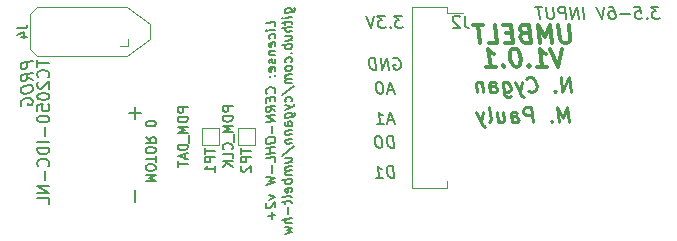
<source format=gbo>
%TF.GenerationSoftware,KiCad,Pcbnew,(5.1.10-1-10_14)*%
%TF.CreationDate,2022-01-16T17:40:32-08:00*%
%TF.ProjectId,umbelt-board,756d6265-6c74-42d6-926f-6172642e6b69,1.0.1*%
%TF.SameCoordinates,Original*%
%TF.FileFunction,Legend,Bot*%
%TF.FilePolarity,Positive*%
%FSLAX46Y46*%
G04 Gerber Fmt 4.6, Leading zero omitted, Abs format (unit mm)*
G04 Created by KiCad (PCBNEW (5.1.10-1-10_14)) date 2022-01-16 17:40:32*
%MOMM*%
%LPD*%
G01*
G04 APERTURE LIST*
%ADD10C,0.152400*%
%ADD11C,0.254000*%
%ADD12C,0.203200*%
%ADD13C,0.304800*%
%ADD14C,0.120000*%
%ADD15C,0.200000*%
%ADD16C,0.150000*%
G04 APERTURE END LIST*
D10*
X149541895Y-108802427D02*
X149541895Y-108415379D01*
X148729095Y-108516979D01*
X149541895Y-109073360D02*
X149000028Y-109141093D01*
X148729095Y-109174960D02*
X148767800Y-109131417D01*
X148806504Y-109165284D01*
X148767800Y-109208827D01*
X148729095Y-109174960D01*
X148806504Y-109165284D01*
X149503190Y-109813588D02*
X149541895Y-109731341D01*
X149541895Y-109576522D01*
X149503190Y-109503950D01*
X149464485Y-109470084D01*
X149387076Y-109441055D01*
X149154847Y-109470084D01*
X149077438Y-109518465D01*
X149038733Y-109562007D01*
X149000028Y-109644255D01*
X149000028Y-109799074D01*
X149038733Y-109871646D01*
X149503190Y-110471569D02*
X149541895Y-110389322D01*
X149541895Y-110234503D01*
X149503190Y-110161931D01*
X149425780Y-110132903D01*
X149116142Y-110171607D01*
X149038733Y-110219988D01*
X149000028Y-110302236D01*
X149000028Y-110457055D01*
X149038733Y-110529627D01*
X149116142Y-110558655D01*
X149193552Y-110548979D01*
X149270961Y-110152255D01*
X149000028Y-110921512D02*
X149541895Y-110853779D01*
X149077438Y-110911836D02*
X149038733Y-110955379D01*
X149000028Y-111037627D01*
X149000028Y-111153741D01*
X149038733Y-111226312D01*
X149116142Y-111255341D01*
X149541895Y-111202122D01*
X149503190Y-111555303D02*
X149541895Y-111627874D01*
X149541895Y-111782693D01*
X149503190Y-111864941D01*
X149425780Y-111913322D01*
X149387076Y-111918160D01*
X149309666Y-111889131D01*
X149270961Y-111816560D01*
X149270961Y-111700446D01*
X149232257Y-111627874D01*
X149154847Y-111598846D01*
X149116142Y-111603684D01*
X149038733Y-111652065D01*
X149000028Y-111734312D01*
X149000028Y-111850427D01*
X149038733Y-111922998D01*
X149503190Y-112561627D02*
X149541895Y-112479379D01*
X149541895Y-112324560D01*
X149503190Y-112251988D01*
X149425780Y-112222960D01*
X149116142Y-112261665D01*
X149038733Y-112310046D01*
X149000028Y-112392293D01*
X149000028Y-112547112D01*
X149038733Y-112619684D01*
X149116142Y-112648712D01*
X149193552Y-112639036D01*
X149270961Y-112242312D01*
X149464485Y-112953512D02*
X149503190Y-112987379D01*
X149541895Y-112943836D01*
X149503190Y-112909969D01*
X149464485Y-112953512D01*
X149541895Y-112943836D01*
X149038733Y-113006731D02*
X149077438Y-113040598D01*
X149116142Y-112997055D01*
X149077438Y-112963188D01*
X149038733Y-113006731D01*
X149116142Y-112997055D01*
X149464485Y-114424293D02*
X149503190Y-114380750D01*
X149541895Y-114259798D01*
X149541895Y-114182388D01*
X149503190Y-114071112D01*
X149425780Y-114003379D01*
X149348371Y-113974350D01*
X149193552Y-113954998D01*
X149077438Y-113969512D01*
X148922619Y-114027569D01*
X148845209Y-114075950D01*
X148767800Y-114163036D01*
X148729095Y-114283988D01*
X148729095Y-114361398D01*
X148767800Y-114472674D01*
X148806504Y-114506541D01*
X149116142Y-114816179D02*
X149116142Y-115087112D01*
X149541895Y-115150007D02*
X149541895Y-114762960D01*
X148729095Y-114864560D01*
X148729095Y-115251607D01*
X149541895Y-115962807D02*
X149154847Y-115740255D01*
X149541895Y-115498350D02*
X148729095Y-115599950D01*
X148729095Y-115909588D01*
X148767800Y-115982160D01*
X148806504Y-116016027D01*
X148883914Y-116045055D01*
X149000028Y-116030541D01*
X149077438Y-115982160D01*
X149116142Y-115938617D01*
X149154847Y-115856369D01*
X149154847Y-115546731D01*
X149541895Y-116311150D02*
X148729095Y-116412750D01*
X149541895Y-116775607D01*
X148729095Y-116877207D01*
X149232257Y-117201360D02*
X149232257Y-117820636D01*
X148729095Y-118425398D02*
X148729095Y-118580217D01*
X148767800Y-118652788D01*
X148845209Y-118720522D01*
X149000028Y-118739874D01*
X149270961Y-118706007D01*
X149425780Y-118647950D01*
X149503190Y-118560865D01*
X149541895Y-118478617D01*
X149541895Y-118323798D01*
X149503190Y-118251227D01*
X149425780Y-118183493D01*
X149270961Y-118164141D01*
X149000028Y-118198007D01*
X148845209Y-118256065D01*
X148767800Y-118343150D01*
X148729095Y-118425398D01*
X149541895Y-119020484D02*
X148729095Y-119122084D01*
X149116142Y-119073703D02*
X149116142Y-119538160D01*
X149541895Y-119484941D02*
X148729095Y-119586541D01*
X149541895Y-120259036D02*
X149541895Y-119871988D01*
X148729095Y-119973588D01*
X149232257Y-120568674D02*
X149232257Y-121187950D01*
X148729095Y-121560484D02*
X149541895Y-121652407D01*
X148961323Y-121879798D01*
X149541895Y-121962046D01*
X148729095Y-122257169D01*
X149000028Y-123074807D02*
X149541895Y-123200598D01*
X149000028Y-123461855D01*
X148806504Y-123756979D02*
X148767800Y-123800522D01*
X148729095Y-123882769D01*
X148729095Y-124076293D01*
X148767800Y-124148865D01*
X148806504Y-124182731D01*
X148883914Y-124211760D01*
X148961323Y-124202084D01*
X149077438Y-124148865D01*
X149541895Y-123626350D01*
X149541895Y-124129512D01*
X149232257Y-124516560D02*
X149232257Y-125135836D01*
X149541895Y-124787493D02*
X148922619Y-124864903D01*
X150371628Y-107670312D02*
X151029609Y-107588065D01*
X151107019Y-107539684D01*
X151145723Y-107496141D01*
X151184428Y-107413893D01*
X151184428Y-107297779D01*
X151145723Y-107225207D01*
X150874790Y-107607417D02*
X150913495Y-107525169D01*
X150913495Y-107370350D01*
X150874790Y-107297779D01*
X150836085Y-107263912D01*
X150758676Y-107234884D01*
X150526447Y-107263912D01*
X150449038Y-107312293D01*
X150410333Y-107355836D01*
X150371628Y-107438084D01*
X150371628Y-107592903D01*
X150410333Y-107665474D01*
X150913495Y-107989627D02*
X150371628Y-108057360D01*
X150100695Y-108091227D02*
X150139400Y-108047684D01*
X150178104Y-108081550D01*
X150139400Y-108125093D01*
X150100695Y-108091227D01*
X150178104Y-108081550D01*
X150371628Y-108328293D02*
X150371628Y-108637931D01*
X150100695Y-108478274D02*
X150797380Y-108391188D01*
X150874790Y-108420217D01*
X150913495Y-108492788D01*
X150913495Y-108570198D01*
X150913495Y-108841131D02*
X150100695Y-108942731D01*
X150913495Y-109189474D02*
X150487742Y-109242693D01*
X150410333Y-109213665D01*
X150371628Y-109141093D01*
X150371628Y-109024979D01*
X150410333Y-108942731D01*
X150449038Y-108899188D01*
X150371628Y-109992598D02*
X150913495Y-109924865D01*
X150371628Y-109644255D02*
X150797380Y-109591036D01*
X150874790Y-109620065D01*
X150913495Y-109692636D01*
X150913495Y-109808750D01*
X150874790Y-109890998D01*
X150836085Y-109934541D01*
X150913495Y-110311912D02*
X150100695Y-110413512D01*
X150410333Y-110374807D02*
X150371628Y-110457055D01*
X150371628Y-110611874D01*
X150410333Y-110684446D01*
X150449038Y-110718312D01*
X150526447Y-110747341D01*
X150758676Y-110718312D01*
X150836085Y-110669931D01*
X150874790Y-110626388D01*
X150913495Y-110544141D01*
X150913495Y-110389322D01*
X150874790Y-110316750D01*
X150836085Y-111056979D02*
X150874790Y-111090846D01*
X150913495Y-111047303D01*
X150874790Y-111013436D01*
X150836085Y-111056979D01*
X150913495Y-111047303D01*
X150874790Y-111787531D02*
X150913495Y-111705284D01*
X150913495Y-111550465D01*
X150874790Y-111477893D01*
X150836085Y-111444027D01*
X150758676Y-111414998D01*
X150526447Y-111444027D01*
X150449038Y-111492407D01*
X150410333Y-111535950D01*
X150371628Y-111618198D01*
X150371628Y-111773017D01*
X150410333Y-111845588D01*
X150913495Y-112247150D02*
X150874790Y-112174579D01*
X150836085Y-112140712D01*
X150758676Y-112111684D01*
X150526447Y-112140712D01*
X150449038Y-112189093D01*
X150410333Y-112232636D01*
X150371628Y-112314884D01*
X150371628Y-112430998D01*
X150410333Y-112503569D01*
X150449038Y-112537436D01*
X150526447Y-112566465D01*
X150758676Y-112537436D01*
X150836085Y-112489055D01*
X150874790Y-112445512D01*
X150913495Y-112363265D01*
X150913495Y-112247150D01*
X150913495Y-112866427D02*
X150371628Y-112934160D01*
X150449038Y-112924484D02*
X150410333Y-112968027D01*
X150371628Y-113050274D01*
X150371628Y-113166388D01*
X150410333Y-113238960D01*
X150487742Y-113267988D01*
X150913495Y-113214769D01*
X150487742Y-113267988D02*
X150410333Y-113316369D01*
X150371628Y-113398617D01*
X150371628Y-113514731D01*
X150410333Y-113587303D01*
X150487742Y-113616331D01*
X150913495Y-113563112D01*
X150061990Y-114637169D02*
X151107019Y-113809855D01*
X150874790Y-115154846D02*
X150913495Y-115072598D01*
X150913495Y-114917779D01*
X150874790Y-114845207D01*
X150836085Y-114811341D01*
X150758676Y-114782312D01*
X150526447Y-114811341D01*
X150449038Y-114859722D01*
X150410333Y-114903265D01*
X150371628Y-114985512D01*
X150371628Y-115140331D01*
X150410333Y-115212903D01*
X150371628Y-115488674D02*
X150913495Y-115614465D01*
X150371628Y-115875722D02*
X150913495Y-115614465D01*
X151107019Y-115512865D01*
X151145723Y-115469322D01*
X151184428Y-115387074D01*
X150371628Y-116533703D02*
X151029609Y-116451455D01*
X151107019Y-116403074D01*
X151145723Y-116359531D01*
X151184428Y-116277284D01*
X151184428Y-116161169D01*
X151145723Y-116088598D01*
X150874790Y-116470807D02*
X150913495Y-116388560D01*
X150913495Y-116233741D01*
X150874790Y-116161169D01*
X150836085Y-116127303D01*
X150758676Y-116098274D01*
X150526447Y-116127303D01*
X150449038Y-116175684D01*
X150410333Y-116219227D01*
X150371628Y-116301474D01*
X150371628Y-116456293D01*
X150410333Y-116528865D01*
X150913495Y-117201360D02*
X150487742Y-117254579D01*
X150410333Y-117225550D01*
X150371628Y-117152979D01*
X150371628Y-116998160D01*
X150410333Y-116915912D01*
X150874790Y-117206198D02*
X150913495Y-117123950D01*
X150913495Y-116930427D01*
X150874790Y-116857855D01*
X150797380Y-116828827D01*
X150719971Y-116838503D01*
X150642561Y-116886884D01*
X150603857Y-116969131D01*
X150603857Y-117162655D01*
X150565152Y-117244903D01*
X150371628Y-117656141D02*
X150913495Y-117588407D01*
X150449038Y-117646465D02*
X150410333Y-117690007D01*
X150371628Y-117772255D01*
X150371628Y-117888369D01*
X150410333Y-117960941D01*
X150487742Y-117989969D01*
X150913495Y-117936750D01*
X150371628Y-118391531D02*
X150913495Y-118323798D01*
X150449038Y-118381855D02*
X150410333Y-118425398D01*
X150371628Y-118507646D01*
X150371628Y-118623760D01*
X150410333Y-118696331D01*
X150487742Y-118725360D01*
X150913495Y-118672141D01*
X150061990Y-119746198D02*
X151107019Y-118918884D01*
X150371628Y-120326769D02*
X150913495Y-120259036D01*
X150371628Y-119978427D02*
X150797380Y-119925207D01*
X150874790Y-119954236D01*
X150913495Y-120026807D01*
X150913495Y-120142922D01*
X150874790Y-120225169D01*
X150836085Y-120268712D01*
X150913495Y-120646084D02*
X150371628Y-120713817D01*
X150449038Y-120704141D02*
X150410333Y-120747684D01*
X150371628Y-120829931D01*
X150371628Y-120946046D01*
X150410333Y-121018617D01*
X150487742Y-121047646D01*
X150913495Y-120994427D01*
X150487742Y-121047646D02*
X150410333Y-121096027D01*
X150371628Y-121178274D01*
X150371628Y-121294388D01*
X150410333Y-121366960D01*
X150487742Y-121395988D01*
X150913495Y-121342769D01*
X150913495Y-121729817D02*
X150100695Y-121831417D01*
X150410333Y-121792712D02*
X150371628Y-121874960D01*
X150371628Y-122029779D01*
X150410333Y-122102350D01*
X150449038Y-122136217D01*
X150526447Y-122165246D01*
X150758676Y-122136217D01*
X150836085Y-122087836D01*
X150874790Y-122044293D01*
X150913495Y-121962046D01*
X150913495Y-121807227D01*
X150874790Y-121734655D01*
X150874790Y-122779684D02*
X150913495Y-122697436D01*
X150913495Y-122542617D01*
X150874790Y-122470046D01*
X150797380Y-122441017D01*
X150487742Y-122479722D01*
X150410333Y-122528103D01*
X150371628Y-122610350D01*
X150371628Y-122765169D01*
X150410333Y-122837741D01*
X150487742Y-122866769D01*
X150565152Y-122857093D01*
X150642561Y-122460369D01*
X150913495Y-123278007D02*
X150874790Y-123205436D01*
X150797380Y-123176407D01*
X150100695Y-123263493D01*
X150371628Y-123539265D02*
X150371628Y-123848903D01*
X150100695Y-123689246D02*
X150797380Y-123602160D01*
X150874790Y-123631188D01*
X150913495Y-123703760D01*
X150913495Y-123781169D01*
X150603857Y-124090807D02*
X150603857Y-124710084D01*
X150913495Y-125058427D02*
X150100695Y-125160027D01*
X150913495Y-125406769D02*
X150487742Y-125459988D01*
X150410333Y-125430960D01*
X150371628Y-125358388D01*
X150371628Y-125242274D01*
X150410333Y-125160027D01*
X150449038Y-125116484D01*
X150371628Y-125784141D02*
X150913495Y-125871227D01*
X150526447Y-126074427D01*
X150913495Y-126180865D01*
X150371628Y-126403417D01*
X138570304Y-121915161D02*
X139383104Y-121915161D01*
X138802533Y-121644228D01*
X139383104Y-121373295D01*
X138570304Y-121373295D01*
X139383104Y-120831428D02*
X139383104Y-120676609D01*
X139344400Y-120599200D01*
X139266990Y-120521790D01*
X139112171Y-120483085D01*
X138841238Y-120483085D01*
X138686419Y-120521790D01*
X138609009Y-120599200D01*
X138570304Y-120676609D01*
X138570304Y-120831428D01*
X138609009Y-120908838D01*
X138686419Y-120986247D01*
X138841238Y-121024952D01*
X139112171Y-121024952D01*
X139266990Y-120986247D01*
X139344400Y-120908838D01*
X139383104Y-120831428D01*
X139383104Y-120250857D02*
X139383104Y-119786400D01*
X138570304Y-120018628D02*
X139383104Y-120018628D01*
X139383104Y-119360647D02*
X139383104Y-119205828D01*
X139344400Y-119128419D01*
X139266990Y-119051009D01*
X139112171Y-119012304D01*
X138841238Y-119012304D01*
X138686419Y-119051009D01*
X138609009Y-119128419D01*
X138570304Y-119205828D01*
X138570304Y-119360647D01*
X138609009Y-119438057D01*
X138686419Y-119515466D01*
X138841238Y-119554171D01*
X139112171Y-119554171D01*
X139266990Y-119515466D01*
X139344400Y-119438057D01*
X139383104Y-119360647D01*
X138570304Y-118199504D02*
X138957352Y-118470438D01*
X138570304Y-118663961D02*
X139383104Y-118663961D01*
X139383104Y-118354323D01*
X139344400Y-118276914D01*
X139305695Y-118238209D01*
X139228285Y-118199504D01*
X139112171Y-118199504D01*
X139034761Y-118238209D01*
X138996057Y-118276914D01*
X138957352Y-118354323D01*
X138957352Y-118663961D01*
X139383104Y-117077066D02*
X139383104Y-116999657D01*
X139344400Y-116922247D01*
X139305695Y-116883542D01*
X139228285Y-116844838D01*
X139073466Y-116806133D01*
X138879942Y-116806133D01*
X138725123Y-116844838D01*
X138647714Y-116883542D01*
X138609009Y-116922247D01*
X138570304Y-116999657D01*
X138570304Y-117077066D01*
X138609009Y-117154476D01*
X138647714Y-117193180D01*
X138725123Y-117231885D01*
X138879942Y-117270590D01*
X139073466Y-117270590D01*
X139228285Y-117231885D01*
X139305695Y-117193180D01*
X139344400Y-117154476D01*
X139383104Y-117077066D01*
D11*
X174557569Y-114366523D02*
X174398819Y-113096523D01*
X173831854Y-114366523D01*
X173673104Y-113096523D01*
X173211973Y-114245571D02*
X173159057Y-114306047D01*
X173227092Y-114366523D01*
X173280009Y-114306047D01*
X173211973Y-114245571D01*
X173227092Y-114366523D01*
X170913878Y-114245571D02*
X170981914Y-114306047D01*
X171170902Y-114366523D01*
X171291854Y-114366523D01*
X171465723Y-114306047D01*
X171571557Y-114185095D01*
X171616914Y-114064142D01*
X171647152Y-113822238D01*
X171624473Y-113640809D01*
X171533759Y-113398904D01*
X171458164Y-113277952D01*
X171322092Y-113157000D01*
X171133104Y-113096523D01*
X171012152Y-113096523D01*
X170838283Y-113157000D01*
X170785366Y-113217476D01*
X170399830Y-113519857D02*
X170203283Y-114366523D01*
X169795069Y-113519857D02*
X170203283Y-114366523D01*
X170362033Y-114668904D01*
X170430069Y-114729380D01*
X170558580Y-114789857D01*
X168766973Y-113519857D02*
X168895485Y-114547952D01*
X168971080Y-114668904D01*
X169039116Y-114729380D01*
X169167628Y-114789857D01*
X169349057Y-114789857D01*
X169462450Y-114729380D01*
X168865247Y-114306047D02*
X168993759Y-114366523D01*
X169235664Y-114366523D01*
X169349057Y-114306047D01*
X169401973Y-114245571D01*
X169447330Y-114124619D01*
X169401973Y-113761761D01*
X169326378Y-113640809D01*
X169258342Y-113580333D01*
X169129830Y-113519857D01*
X168887926Y-113519857D01*
X168774533Y-113580333D01*
X167723759Y-114366523D02*
X167640604Y-113701285D01*
X167685961Y-113580333D01*
X167799354Y-113519857D01*
X168041259Y-113519857D01*
X168169771Y-113580333D01*
X167716200Y-114306047D02*
X167844711Y-114366523D01*
X168147092Y-114366523D01*
X168260485Y-114306047D01*
X168305842Y-114185095D01*
X168290723Y-114064142D01*
X168215128Y-113943190D01*
X168086616Y-113882714D01*
X167784235Y-113882714D01*
X167655723Y-113822238D01*
X167013164Y-113519857D02*
X167118997Y-114366523D01*
X167028283Y-113640809D02*
X166960247Y-113580333D01*
X166831735Y-113519857D01*
X166650307Y-113519857D01*
X166536914Y-113580333D01*
X166491557Y-113701285D01*
X166574711Y-114366523D01*
X174376140Y-116906523D02*
X174217390Y-115636523D01*
X173907450Y-116543666D01*
X173370723Y-115636523D01*
X173529473Y-116906523D01*
X172909592Y-116785571D02*
X172856676Y-116846047D01*
X172924711Y-116906523D01*
X172977628Y-116846047D01*
X172909592Y-116785571D01*
X172924711Y-116906523D01*
X171352330Y-116906523D02*
X171193580Y-115636523D01*
X170709771Y-115636523D01*
X170596378Y-115697000D01*
X170543461Y-115757476D01*
X170498104Y-115878428D01*
X170520783Y-116059857D01*
X170596378Y-116180809D01*
X170664414Y-116241285D01*
X170792926Y-116301761D01*
X171276735Y-116301761D01*
X169538045Y-116906523D02*
X169454890Y-116241285D01*
X169500247Y-116120333D01*
X169613640Y-116059857D01*
X169855545Y-116059857D01*
X169984057Y-116120333D01*
X169530485Y-116846047D02*
X169658997Y-116906523D01*
X169961378Y-116906523D01*
X170074771Y-116846047D01*
X170120128Y-116725095D01*
X170105009Y-116604142D01*
X170029414Y-116483190D01*
X169900902Y-116422714D01*
X169598521Y-116422714D01*
X169470009Y-116362238D01*
X168283164Y-116059857D02*
X168388997Y-116906523D01*
X168827450Y-116059857D02*
X168910604Y-116725095D01*
X168865247Y-116846047D01*
X168751854Y-116906523D01*
X168570426Y-116906523D01*
X168441914Y-116846047D01*
X168373878Y-116785571D01*
X167602807Y-116906523D02*
X167716200Y-116846047D01*
X167761557Y-116725095D01*
X167625485Y-115636523D01*
X167134116Y-116059857D02*
X166937569Y-116906523D01*
X166529354Y-116059857D02*
X166937569Y-116906523D01*
X167096319Y-117208904D01*
X167164354Y-117269380D01*
X167292866Y-117329857D01*
D12*
X128983619Y-111745001D02*
X127967619Y-111872001D01*
X127967619Y-112259049D01*
X128016000Y-112349763D01*
X128064380Y-112392097D01*
X128161142Y-112428382D01*
X128306285Y-112410240D01*
X128403047Y-112349763D01*
X128451428Y-112295335D01*
X128499809Y-112192525D01*
X128499809Y-111805478D01*
X128983619Y-113341573D02*
X128499809Y-113063382D01*
X128983619Y-112761001D02*
X127967619Y-112888001D01*
X127967619Y-113275049D01*
X128016000Y-113365763D01*
X128064380Y-113408097D01*
X128161142Y-113444382D01*
X128306285Y-113426240D01*
X128403047Y-113365763D01*
X128451428Y-113311335D01*
X128499809Y-113208525D01*
X128499809Y-112821478D01*
X127967619Y-114097525D02*
X127967619Y-114291049D01*
X128016000Y-114381763D01*
X128112761Y-114466430D01*
X128306285Y-114490620D01*
X128644952Y-114448287D01*
X128838476Y-114375716D01*
X128935238Y-114266859D01*
X128983619Y-114164049D01*
X128983619Y-113970525D01*
X128935238Y-113879811D01*
X128838476Y-113795144D01*
X128644952Y-113770954D01*
X128306285Y-113813287D01*
X128112761Y-113885859D01*
X128016000Y-113994716D01*
X127967619Y-114097525D01*
X128016000Y-115494525D02*
X127967619Y-115403811D01*
X127967619Y-115258668D01*
X128016000Y-115107478D01*
X128112761Y-114998620D01*
X128209523Y-114938144D01*
X128403047Y-114865573D01*
X128548190Y-114847430D01*
X128741714Y-114871620D01*
X128838476Y-114907906D01*
X128935238Y-114992573D01*
X128983619Y-115131668D01*
X128983619Y-115228430D01*
X128935238Y-115379620D01*
X128886857Y-115434049D01*
X128548190Y-115476382D01*
X128548190Y-115282859D01*
D10*
X142099695Y-115652247D02*
X141286895Y-115652247D01*
X141286895Y-115961885D01*
X141325600Y-116039295D01*
X141364304Y-116078000D01*
X141441714Y-116116704D01*
X141557828Y-116116704D01*
X141635238Y-116078000D01*
X141673942Y-116039295D01*
X141712647Y-115961885D01*
X141712647Y-115652247D01*
X142099695Y-116465047D02*
X141286895Y-116465047D01*
X141286895Y-116658571D01*
X141325600Y-116774685D01*
X141403009Y-116852095D01*
X141480419Y-116890800D01*
X141635238Y-116929504D01*
X141751352Y-116929504D01*
X141906171Y-116890800D01*
X141983580Y-116852095D01*
X142060990Y-116774685D01*
X142099695Y-116658571D01*
X142099695Y-116465047D01*
X142099695Y-117277847D02*
X141286895Y-117277847D01*
X141867466Y-117548780D01*
X141286895Y-117819714D01*
X142099695Y-117819714D01*
X142177104Y-118013238D02*
X142177104Y-118632514D01*
X142099695Y-118826038D02*
X141286895Y-118826038D01*
X141286895Y-119019561D01*
X141325600Y-119135676D01*
X141403009Y-119213085D01*
X141480419Y-119251790D01*
X141635238Y-119290495D01*
X141751352Y-119290495D01*
X141906171Y-119251790D01*
X141983580Y-119213085D01*
X142060990Y-119135676D01*
X142099695Y-119019561D01*
X142099695Y-118826038D01*
X141867466Y-119600133D02*
X141867466Y-119987180D01*
X142099695Y-119522723D02*
X141286895Y-119793657D01*
X142099695Y-120064590D01*
X141286895Y-120219409D02*
X141286895Y-120683866D01*
X142099695Y-120451638D02*
X141286895Y-120451638D01*
X145909695Y-115574838D02*
X145096895Y-115574838D01*
X145096895Y-115884476D01*
X145135600Y-115961885D01*
X145174304Y-116000590D01*
X145251714Y-116039295D01*
X145367828Y-116039295D01*
X145445238Y-116000590D01*
X145483942Y-115961885D01*
X145522647Y-115884476D01*
X145522647Y-115574838D01*
X145909695Y-116387638D02*
X145096895Y-116387638D01*
X145096895Y-116581161D01*
X145135600Y-116697276D01*
X145213009Y-116774685D01*
X145290419Y-116813390D01*
X145445238Y-116852095D01*
X145561352Y-116852095D01*
X145716171Y-116813390D01*
X145793580Y-116774685D01*
X145870990Y-116697276D01*
X145909695Y-116581161D01*
X145909695Y-116387638D01*
X145909695Y-117200438D02*
X145096895Y-117200438D01*
X145677466Y-117471371D01*
X145096895Y-117742304D01*
X145909695Y-117742304D01*
X145987104Y-117935828D02*
X145987104Y-118555104D01*
X145832285Y-119213085D02*
X145870990Y-119174380D01*
X145909695Y-119058266D01*
X145909695Y-118980857D01*
X145870990Y-118864742D01*
X145793580Y-118787333D01*
X145716171Y-118748628D01*
X145561352Y-118709923D01*
X145445238Y-118709923D01*
X145290419Y-118748628D01*
X145213009Y-118787333D01*
X145135600Y-118864742D01*
X145096895Y-118980857D01*
X145096895Y-119058266D01*
X145135600Y-119174380D01*
X145174304Y-119213085D01*
X145909695Y-119948476D02*
X145909695Y-119561428D01*
X145096895Y-119561428D01*
X145909695Y-120219409D02*
X145096895Y-120219409D01*
X145909695Y-120683866D02*
X145445238Y-120335523D01*
X145096895Y-120683866D02*
X145561352Y-120219409D01*
D12*
X160228521Y-107901619D02*
X159599569Y-107901619D01*
X159986617Y-108288666D01*
X159841474Y-108288666D01*
X159750760Y-108337047D01*
X159708426Y-108385428D01*
X159672140Y-108482190D01*
X159702379Y-108724095D01*
X159762855Y-108820857D01*
X159817283Y-108869238D01*
X159920093Y-108917619D01*
X160210379Y-108917619D01*
X160301093Y-108869238D01*
X160343426Y-108820857D01*
X159279045Y-108820857D02*
X159236712Y-108869238D01*
X159291140Y-108917619D01*
X159333474Y-108869238D01*
X159279045Y-108820857D01*
X159291140Y-108917619D01*
X158777093Y-107901619D02*
X158148140Y-107901619D01*
X158535188Y-108288666D01*
X158390045Y-108288666D01*
X158299331Y-108337047D01*
X158256998Y-108385428D01*
X158220712Y-108482190D01*
X158250950Y-108724095D01*
X158311426Y-108820857D01*
X158365855Y-108869238D01*
X158468664Y-108917619D01*
X158758950Y-108917619D01*
X158849664Y-108869238D01*
X158891998Y-108820857D01*
X157857855Y-107901619D02*
X157646188Y-108917619D01*
X157180521Y-107901619D01*
X159605617Y-119077619D02*
X159478617Y-118061619D01*
X159236712Y-118061619D01*
X159097617Y-118110000D01*
X159012950Y-118206761D01*
X158976664Y-118303523D01*
X158952474Y-118497047D01*
X158970617Y-118642190D01*
X159043188Y-118835714D01*
X159103664Y-118932476D01*
X159212521Y-119029238D01*
X159363712Y-119077619D01*
X159605617Y-119077619D01*
X158269093Y-118061619D02*
X158172331Y-118061619D01*
X158081617Y-118110000D01*
X158039283Y-118158380D01*
X158002998Y-118255142D01*
X157978807Y-118448666D01*
X158009045Y-118690571D01*
X158081617Y-118884095D01*
X158142093Y-118980857D01*
X158196521Y-119029238D01*
X158299331Y-119077619D01*
X158396093Y-119077619D01*
X158486807Y-119029238D01*
X158529140Y-118980857D01*
X158565426Y-118884095D01*
X158589617Y-118690571D01*
X158559379Y-118448666D01*
X158486807Y-118255142D01*
X158426331Y-118158380D01*
X158371902Y-118110000D01*
X158269093Y-118061619D01*
X159545140Y-116755333D02*
X159061331Y-116755333D01*
X159678188Y-117045619D02*
X159212521Y-116029619D01*
X159000855Y-117045619D01*
X158129998Y-117045619D02*
X158710569Y-117045619D01*
X158420283Y-117045619D02*
X158293283Y-116029619D01*
X158408188Y-116174761D01*
X158517045Y-116271523D01*
X158619855Y-116319904D01*
X159545140Y-114215333D02*
X159061331Y-114215333D01*
X159678188Y-114505619D02*
X159212521Y-113489619D01*
X159000855Y-114505619D01*
X158341664Y-113489619D02*
X158244902Y-113489619D01*
X158154188Y-113538000D01*
X158111855Y-113586380D01*
X158075569Y-113683142D01*
X158051379Y-113876666D01*
X158081617Y-114118571D01*
X158154188Y-114312095D01*
X158214664Y-114408857D01*
X158269093Y-114457238D01*
X158371902Y-114505619D01*
X158468664Y-114505619D01*
X158559379Y-114457238D01*
X158601712Y-114408857D01*
X158637998Y-114312095D01*
X158662188Y-114118571D01*
X158631950Y-113876666D01*
X158559379Y-113683142D01*
X158498902Y-113586380D01*
X158444474Y-113538000D01*
X158341664Y-113489619D01*
X159508855Y-111506000D02*
X159599569Y-111457619D01*
X159744712Y-111457619D01*
X159895902Y-111506000D01*
X160004760Y-111602761D01*
X160065236Y-111699523D01*
X160137807Y-111893047D01*
X160155950Y-112038190D01*
X160131760Y-112231714D01*
X160095474Y-112328476D01*
X160010807Y-112425238D01*
X159871712Y-112473619D01*
X159774950Y-112473619D01*
X159623760Y-112425238D01*
X159569331Y-112376857D01*
X159526998Y-112038190D01*
X159720521Y-112038190D01*
X159145998Y-112473619D02*
X159018998Y-111457619D01*
X158565426Y-112473619D01*
X158438426Y-111457619D01*
X158081617Y-112473619D02*
X157954617Y-111457619D01*
X157712712Y-111457619D01*
X157573617Y-111506000D01*
X157488950Y-111602761D01*
X157452664Y-111699523D01*
X157428474Y-111893047D01*
X157446617Y-112038190D01*
X157519188Y-112231714D01*
X157579664Y-112328476D01*
X157688521Y-112425238D01*
X157839712Y-112473619D01*
X158081617Y-112473619D01*
X159605617Y-121617619D02*
X159478617Y-120601619D01*
X159236712Y-120601619D01*
X159097617Y-120650000D01*
X159012950Y-120746761D01*
X158976664Y-120843523D01*
X158952474Y-121037047D01*
X158970617Y-121182190D01*
X159043188Y-121375714D01*
X159103664Y-121472476D01*
X159212521Y-121569238D01*
X159363712Y-121617619D01*
X159605617Y-121617619D01*
X158057426Y-121617619D02*
X158637998Y-121617619D01*
X158347712Y-121617619D02*
X158220712Y-120601619D01*
X158335617Y-120746761D01*
X158444474Y-120843523D01*
X158547283Y-120891904D01*
X181963664Y-107139619D02*
X181334712Y-107139619D01*
X181721760Y-107526666D01*
X181576617Y-107526666D01*
X181485902Y-107575047D01*
X181443569Y-107623428D01*
X181407283Y-107720190D01*
X181437521Y-107962095D01*
X181497998Y-108058857D01*
X181552426Y-108107238D01*
X181655236Y-108155619D01*
X181945521Y-108155619D01*
X182036236Y-108107238D01*
X182078569Y-108058857D01*
X181014188Y-108058857D02*
X180971855Y-108107238D01*
X181026283Y-108155619D01*
X181068617Y-108107238D01*
X181014188Y-108058857D01*
X181026283Y-108155619D01*
X179931664Y-107139619D02*
X180415474Y-107139619D01*
X180524331Y-107623428D01*
X180469902Y-107575047D01*
X180367093Y-107526666D01*
X180125188Y-107526666D01*
X180034474Y-107575047D01*
X179992140Y-107623428D01*
X179955855Y-107720190D01*
X179986093Y-107962095D01*
X180046569Y-108058857D01*
X180100998Y-108107238D01*
X180203807Y-108155619D01*
X180445712Y-108155619D01*
X180536426Y-108107238D01*
X180578760Y-108058857D01*
X179526474Y-107768571D02*
X178752379Y-107768571D01*
X177754521Y-107139619D02*
X177948045Y-107139619D01*
X178050855Y-107188000D01*
X178105283Y-107236380D01*
X178220188Y-107381523D01*
X178292760Y-107575047D01*
X178341140Y-107962095D01*
X178304855Y-108058857D01*
X178262521Y-108107238D01*
X178171807Y-108155619D01*
X177978283Y-108155619D01*
X177875474Y-108107238D01*
X177821045Y-108058857D01*
X177760569Y-107962095D01*
X177730331Y-107720190D01*
X177766617Y-107623428D01*
X177808950Y-107575047D01*
X177899664Y-107526666D01*
X178093188Y-107526666D01*
X178195998Y-107575047D01*
X178250426Y-107623428D01*
X178310902Y-107720190D01*
X177367474Y-107139619D02*
X177155807Y-108155619D01*
X176690140Y-107139619D01*
X175704379Y-108155619D02*
X175577379Y-107139619D01*
X175220569Y-108155619D02*
X175093569Y-107139619D01*
X174639998Y-108155619D01*
X174512998Y-107139619D01*
X174156188Y-108155619D02*
X174029188Y-107139619D01*
X173642140Y-107139619D01*
X173551426Y-107188000D01*
X173509093Y-107236380D01*
X173472807Y-107333142D01*
X173490950Y-107478285D01*
X173551426Y-107575047D01*
X173605855Y-107623428D01*
X173708664Y-107671809D01*
X174095712Y-107671809D01*
X173013188Y-107139619D02*
X173115998Y-107962095D01*
X173079712Y-108058857D01*
X173037379Y-108107238D01*
X172946664Y-108155619D01*
X172753140Y-108155619D01*
X172650331Y-108107238D01*
X172595902Y-108058857D01*
X172535426Y-107962095D01*
X172432617Y-107139619D01*
X172093950Y-107139619D02*
X171513379Y-107139619D01*
X171930664Y-108155619D02*
X171803664Y-107139619D01*
D13*
X173812925Y-110671428D02*
X173495425Y-112195428D01*
X172796925Y-110671428D01*
X171681140Y-112195428D02*
X172551997Y-112195428D01*
X172116568Y-112195428D02*
X171926068Y-110671428D01*
X172098425Y-110889142D01*
X172261711Y-111034285D01*
X172415925Y-111106857D01*
X171009854Y-112050285D02*
X170946354Y-112122857D01*
X171027997Y-112195428D01*
X171091497Y-112122857D01*
X171009854Y-112050285D01*
X171027997Y-112195428D01*
X169821497Y-110671428D02*
X169676354Y-110671428D01*
X169540282Y-110744000D01*
X169476782Y-110816571D01*
X169422354Y-110961714D01*
X169386068Y-111252000D01*
X169431425Y-111614857D01*
X169540282Y-111905142D01*
X169630997Y-112050285D01*
X169712640Y-112122857D01*
X169866854Y-112195428D01*
X170011997Y-112195428D01*
X170148068Y-112122857D01*
X170211568Y-112050285D01*
X170265997Y-111905142D01*
X170302282Y-111614857D01*
X170256925Y-111252000D01*
X170148068Y-110961714D01*
X170057354Y-110816571D01*
X169975711Y-110744000D01*
X169821497Y-110671428D01*
X168832711Y-112050285D02*
X168769211Y-112122857D01*
X168850854Y-112195428D01*
X168914354Y-112122857D01*
X168832711Y-112050285D01*
X168850854Y-112195428D01*
X167326854Y-112195428D02*
X168197711Y-112195428D01*
X167762282Y-112195428D02*
X167571782Y-110671428D01*
X167744140Y-110889142D01*
X167907425Y-111034285D01*
X168061640Y-111106857D01*
X174357211Y-108639428D02*
X174511425Y-109873142D01*
X174456997Y-110018285D01*
X174393497Y-110090857D01*
X174257425Y-110163428D01*
X173967140Y-110163428D01*
X173812925Y-110090857D01*
X173731282Y-110018285D01*
X173640568Y-109873142D01*
X173486354Y-108639428D01*
X172951140Y-110163428D02*
X172760640Y-108639428D01*
X172388711Y-109728000D01*
X171744640Y-108639428D01*
X171935140Y-110163428D01*
X170601640Y-109365142D02*
X170392997Y-109437714D01*
X170329497Y-109510285D01*
X170275068Y-109655428D01*
X170302282Y-109873142D01*
X170392997Y-110018285D01*
X170474640Y-110090857D01*
X170628854Y-110163428D01*
X171209425Y-110163428D01*
X171018925Y-108639428D01*
X170510925Y-108639428D01*
X170374854Y-108712000D01*
X170311354Y-108784571D01*
X170256925Y-108929714D01*
X170275068Y-109074857D01*
X170365782Y-109220000D01*
X170447425Y-109292571D01*
X170601640Y-109365142D01*
X171109640Y-109365142D01*
X169585640Y-109365142D02*
X169077640Y-109365142D01*
X168959711Y-110163428D02*
X169685425Y-110163428D01*
X169494925Y-108639428D01*
X168769211Y-108639428D01*
X167580854Y-110163428D02*
X168306568Y-110163428D01*
X168116068Y-108639428D01*
X167100068Y-108639428D02*
X166229211Y-108639428D01*
X166855140Y-110163428D02*
X166664640Y-108639428D01*
D14*
%TO.C,J2*%
X164060000Y-121918000D02*
X164060000Y-122488000D01*
X164060000Y-107128000D02*
X161060000Y-107128000D01*
X164060000Y-122488000D02*
X161060000Y-122488000D01*
X161060000Y-107128000D02*
X161060000Y-122488000D01*
X164060000Y-107698000D02*
X165410000Y-107698000D01*
X164060000Y-107128000D02*
X164060000Y-107698000D01*
%TO.C,J4*%
X129378000Y-111270000D02*
X128778000Y-110670000D01*
X129378000Y-107170000D02*
X128778000Y-107770000D01*
X138938000Y-108570000D02*
X136958000Y-107170000D01*
X136958000Y-111270000D02*
X138938000Y-109870000D01*
X138938000Y-109870000D02*
X138938000Y-108570000D01*
X129378000Y-111270000D02*
X136958000Y-111270000D01*
X128778000Y-107770000D02*
X128778000Y-110670000D01*
X136958000Y-107170000D02*
X129378000Y-107170000D01*
X136398000Y-110490000D02*
X137033000Y-110490000D01*
X137033000Y-110490000D02*
X137033000Y-109855000D01*
D15*
%TO.C,J7*%
X137620000Y-123634000D02*
X137620000Y-122634000D01*
X137120000Y-116134000D02*
X138120000Y-116134000D01*
X137620000Y-116634000D02*
X137620000Y-115634000D01*
D14*
%TO.C,TP1*%
X143318000Y-118810000D02*
X144718000Y-118810000D01*
X144718000Y-118810000D02*
X144718000Y-117410000D01*
X144718000Y-117410000D02*
X143318000Y-117410000D01*
X143318000Y-117410000D02*
X143318000Y-118810000D01*
%TO.C,TP2*%
X146366000Y-118810000D02*
X147766000Y-118810000D01*
X147766000Y-118810000D02*
X147766000Y-117410000D01*
X147766000Y-117410000D02*
X146366000Y-117410000D01*
X146366000Y-117410000D02*
X146366000Y-118810000D01*
%TO.C,J2*%
D16*
X165560333Y-107910380D02*
X165560333Y-108624666D01*
X165607952Y-108767523D01*
X165703190Y-108862761D01*
X165846047Y-108910380D01*
X165941285Y-108910380D01*
X165131761Y-108005619D02*
X165084142Y-107958000D01*
X164988904Y-107910380D01*
X164750809Y-107910380D01*
X164655571Y-107958000D01*
X164607952Y-108005619D01*
X164560333Y-108100857D01*
X164560333Y-108196095D01*
X164607952Y-108338952D01*
X165179380Y-108910380D01*
X164560333Y-108910380D01*
%TO.C,J4*%
D10*
X127697895Y-108949066D02*
X128278466Y-108949066D01*
X128394580Y-108910361D01*
X128471990Y-108832952D01*
X128510695Y-108716838D01*
X128510695Y-108639428D01*
X127968828Y-109684457D02*
X128510695Y-109684457D01*
X127659190Y-109490933D02*
X128239761Y-109297409D01*
X128239761Y-109800571D01*
D16*
X129373380Y-111633761D02*
X129373380Y-112205190D01*
X130373380Y-111919476D02*
X129373380Y-111919476D01*
X130278142Y-113109952D02*
X130325761Y-113062333D01*
X130373380Y-112919476D01*
X130373380Y-112824238D01*
X130325761Y-112681380D01*
X130230523Y-112586142D01*
X130135285Y-112538523D01*
X129944809Y-112490904D01*
X129801952Y-112490904D01*
X129611476Y-112538523D01*
X129516238Y-112586142D01*
X129421000Y-112681380D01*
X129373380Y-112824238D01*
X129373380Y-112919476D01*
X129421000Y-113062333D01*
X129468619Y-113109952D01*
X129468619Y-113490904D02*
X129421000Y-113538523D01*
X129373380Y-113633761D01*
X129373380Y-113871857D01*
X129421000Y-113967095D01*
X129468619Y-114014714D01*
X129563857Y-114062333D01*
X129659095Y-114062333D01*
X129801952Y-114014714D01*
X130373380Y-113443285D01*
X130373380Y-114062333D01*
X129373380Y-114681380D02*
X129373380Y-114776619D01*
X129421000Y-114871857D01*
X129468619Y-114919476D01*
X129563857Y-114967095D01*
X129754333Y-115014714D01*
X129992428Y-115014714D01*
X130182904Y-114967095D01*
X130278142Y-114919476D01*
X130325761Y-114871857D01*
X130373380Y-114776619D01*
X130373380Y-114681380D01*
X130325761Y-114586142D01*
X130278142Y-114538523D01*
X130182904Y-114490904D01*
X129992428Y-114443285D01*
X129754333Y-114443285D01*
X129563857Y-114490904D01*
X129468619Y-114538523D01*
X129421000Y-114586142D01*
X129373380Y-114681380D01*
X129373380Y-115919476D02*
X129373380Y-115443285D01*
X129849571Y-115395666D01*
X129801952Y-115443285D01*
X129754333Y-115538523D01*
X129754333Y-115776619D01*
X129801952Y-115871857D01*
X129849571Y-115919476D01*
X129944809Y-115967095D01*
X130182904Y-115967095D01*
X130278142Y-115919476D01*
X130325761Y-115871857D01*
X130373380Y-115776619D01*
X130373380Y-115538523D01*
X130325761Y-115443285D01*
X130278142Y-115395666D01*
X129373380Y-116586142D02*
X129373380Y-116681380D01*
X129421000Y-116776619D01*
X129468619Y-116824238D01*
X129563857Y-116871857D01*
X129754333Y-116919476D01*
X129992428Y-116919476D01*
X130182904Y-116871857D01*
X130278142Y-116824238D01*
X130325761Y-116776619D01*
X130373380Y-116681380D01*
X130373380Y-116586142D01*
X130325761Y-116490904D01*
X130278142Y-116443285D01*
X130182904Y-116395666D01*
X129992428Y-116348047D01*
X129754333Y-116348047D01*
X129563857Y-116395666D01*
X129468619Y-116443285D01*
X129421000Y-116490904D01*
X129373380Y-116586142D01*
X129992428Y-117348047D02*
X129992428Y-118109952D01*
X130373380Y-118586142D02*
X129373380Y-118586142D01*
X130373380Y-119062333D02*
X129373380Y-119062333D01*
X129373380Y-119300428D01*
X129421000Y-119443285D01*
X129516238Y-119538523D01*
X129611476Y-119586142D01*
X129801952Y-119633761D01*
X129944809Y-119633761D01*
X130135285Y-119586142D01*
X130230523Y-119538523D01*
X130325761Y-119443285D01*
X130373380Y-119300428D01*
X130373380Y-119062333D01*
X130278142Y-120633761D02*
X130325761Y-120586142D01*
X130373380Y-120443285D01*
X130373380Y-120348047D01*
X130325761Y-120205190D01*
X130230523Y-120109952D01*
X130135285Y-120062333D01*
X129944809Y-120014714D01*
X129801952Y-120014714D01*
X129611476Y-120062333D01*
X129516238Y-120109952D01*
X129421000Y-120205190D01*
X129373380Y-120348047D01*
X129373380Y-120443285D01*
X129421000Y-120586142D01*
X129468619Y-120633761D01*
X129992428Y-121062333D02*
X129992428Y-121824238D01*
X130373380Y-122300428D02*
X129373380Y-122300428D01*
X130373380Y-122871857D01*
X129373380Y-122871857D01*
X130373380Y-123824238D02*
X130373380Y-123348047D01*
X129373380Y-123348047D01*
%TO.C,TP1*%
D10*
X143572895Y-119116323D02*
X143572895Y-119580780D01*
X144385695Y-119348552D02*
X143572895Y-119348552D01*
X144385695Y-119851714D02*
X143572895Y-119851714D01*
X143572895Y-120161352D01*
X143611600Y-120238761D01*
X143650304Y-120277466D01*
X143727714Y-120316171D01*
X143843828Y-120316171D01*
X143921238Y-120277466D01*
X143959942Y-120238761D01*
X143998647Y-120161352D01*
X143998647Y-119851714D01*
X144385695Y-121090266D02*
X144385695Y-120625809D01*
X144385695Y-120858038D02*
X143572895Y-120858038D01*
X143689009Y-120780628D01*
X143766419Y-120703219D01*
X143805123Y-120625809D01*
%TO.C,TP2*%
X146620895Y-119116323D02*
X146620895Y-119580780D01*
X147433695Y-119348552D02*
X146620895Y-119348552D01*
X147433695Y-119851714D02*
X146620895Y-119851714D01*
X146620895Y-120161352D01*
X146659600Y-120238761D01*
X146698304Y-120277466D01*
X146775714Y-120316171D01*
X146891828Y-120316171D01*
X146969238Y-120277466D01*
X147007942Y-120238761D01*
X147046647Y-120161352D01*
X147046647Y-119851714D01*
X146698304Y-120625809D02*
X146659600Y-120664514D01*
X146620895Y-120741923D01*
X146620895Y-120935447D01*
X146659600Y-121012857D01*
X146698304Y-121051561D01*
X146775714Y-121090266D01*
X146853123Y-121090266D01*
X146969238Y-121051561D01*
X147433695Y-120587104D01*
X147433695Y-121090266D01*
%TD*%
M02*

</source>
